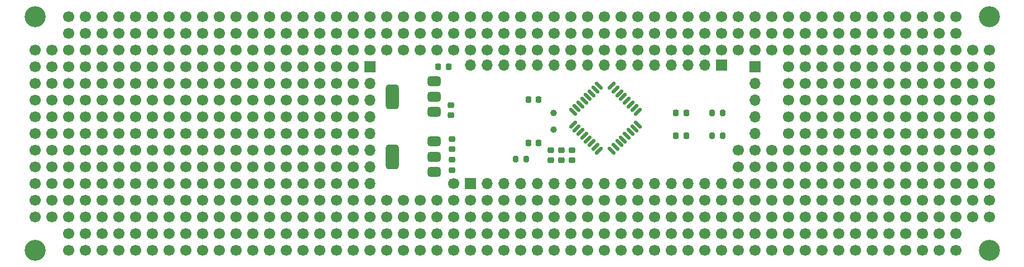
<source format=gbr>
%TF.GenerationSoftware,KiCad,Pcbnew,8.0.0-1.fc39*%
%TF.CreationDate,2024-05-13T23:19:07+02:00*%
%TF.ProjectId,mcu_dev,6d63755f-6465-4762-9e6b-696361645f70,rev?*%
%TF.SameCoordinates,Original*%
%TF.FileFunction,Soldermask,Top*%
%TF.FilePolarity,Negative*%
%FSLAX46Y46*%
G04 Gerber Fmt 4.6, Leading zero omitted, Abs format (unit mm)*
G04 Created by KiCad (PCBNEW 8.0.0-1.fc39) date 2024-05-13 23:19:07*
%MOMM*%
%LPD*%
G01*
G04 APERTURE LIST*
G04 Aperture macros list*
%AMRoundRect*
0 Rectangle with rounded corners*
0 $1 Rounding radius*
0 $2 $3 $4 $5 $6 $7 $8 $9 X,Y pos of 4 corners*
0 Add a 4 corners polygon primitive as box body*
4,1,4,$2,$3,$4,$5,$6,$7,$8,$9,$2,$3,0*
0 Add four circle primitives for the rounded corners*
1,1,$1+$1,$2,$3*
1,1,$1+$1,$4,$5*
1,1,$1+$1,$6,$7*
1,1,$1+$1,$8,$9*
0 Add four rect primitives between the rounded corners*
20,1,$1+$1,$2,$3,$4,$5,0*
20,1,$1+$1,$4,$5,$6,$7,0*
20,1,$1+$1,$6,$7,$8,$9,0*
20,1,$1+$1,$8,$9,$2,$3,0*%
G04 Aperture macros list end*
%ADD10C,1.700000*%
%ADD11C,3.200000*%
%ADD12R,1.700000X1.700000*%
%ADD13O,1.700000X1.700000*%
%ADD14RoundRect,0.225000X-0.250000X0.225000X-0.250000X-0.225000X0.250000X-0.225000X0.250000X0.225000X0*%
%ADD15RoundRect,0.200000X-0.200000X-0.275000X0.200000X-0.275000X0.200000X0.275000X-0.200000X0.275000X0*%
%ADD16RoundRect,0.125000X-0.353553X-0.530330X0.530330X0.353553X0.353553X0.530330X-0.530330X-0.353553X0*%
%ADD17RoundRect,0.125000X0.353553X-0.530330X0.530330X-0.353553X-0.353553X0.530330X-0.530330X0.353553X0*%
%ADD18RoundRect,0.225000X-0.225000X-0.250000X0.225000X-0.250000X0.225000X0.250000X-0.225000X0.250000X0*%
%ADD19RoundRect,0.375000X0.625000X0.375000X-0.625000X0.375000X-0.625000X-0.375000X0.625000X-0.375000X0*%
%ADD20RoundRect,0.500000X0.500000X1.400000X-0.500000X1.400000X-0.500000X-1.400000X0.500000X-1.400000X0*%
%ADD21RoundRect,0.218750X0.218750X0.256250X-0.218750X0.256250X-0.218750X-0.256250X0.218750X-0.256250X0*%
%ADD22C,1.000000*%
G04 APERTURE END LIST*
D10*
%TO.C,*%
X203200000Y-88900000D03*
%TD*%
%TO.C,*%
X198120000Y-88900000D03*
%TD*%
%TO.C,*%
X200660000Y-88900000D03*
%TD*%
%TO.C,*%
X142240000Y-88900000D03*
%TD*%
%TO.C,*%
X149860000Y-88900000D03*
%TD*%
%TO.C,*%
X139700000Y-88900000D03*
%TD*%
%TO.C,*%
X147320000Y-88900000D03*
%TD*%
%TO.C,*%
X154940000Y-88900000D03*
%TD*%
%TO.C,*%
X144780000Y-88900000D03*
%TD*%
%TO.C,*%
X152400000Y-88900000D03*
%TD*%
%TO.C,*%
X147320000Y-111760000D03*
%TD*%
%TO.C,*%
X144780000Y-111760000D03*
%TD*%
%TO.C,*%
X149860000Y-111760000D03*
%TD*%
%TO.C,*%
X142240000Y-111760000D03*
%TD*%
%TO.C,*%
X139700000Y-111760000D03*
%TD*%
%TO.C,*%
X154940000Y-109220000D03*
%TD*%
%TO.C,*%
X154940000Y-111760000D03*
%TD*%
%TO.C,*%
X152400000Y-111760000D03*
%TD*%
%TO.C,*%
X203200000Y-106680000D03*
%TD*%
%TO.C,*%
X198120000Y-106680000D03*
%TD*%
%TO.C,*%
X200660000Y-104140000D03*
%TD*%
%TO.C,*%
X198120000Y-104140000D03*
%TD*%
%TO.C,*%
X203200000Y-104140000D03*
%TD*%
%TO.C,*%
X200660000Y-106680000D03*
%TD*%
%TO.C,*%
X203200000Y-111760000D03*
%TD*%
%TO.C,*%
X198120000Y-111760000D03*
%TD*%
%TO.C,*%
X200660000Y-109220000D03*
%TD*%
%TO.C,*%
X198120000Y-109220000D03*
%TD*%
%TO.C,*%
X203200000Y-109220000D03*
%TD*%
%TO.C,*%
X200660000Y-111760000D03*
%TD*%
%TO.C,*%
X139700000Y-109220000D03*
%TD*%
%TO.C,*%
X139700000Y-96520000D03*
%TD*%
%TO.C,*%
X139700000Y-101600000D03*
%TD*%
%TO.C,*%
X139700000Y-93980000D03*
%TD*%
%TO.C,*%
X139700000Y-91440000D03*
%TD*%
%TO.C,*%
X139700000Y-99060000D03*
%TD*%
%TO.C,*%
X139700000Y-104140000D03*
%TD*%
%TO.C,*%
X139700000Y-106680000D03*
%TD*%
%TO.C,*%
X180340000Y-111760000D03*
%TD*%
%TO.C,*%
X170180000Y-111760000D03*
%TD*%
%TO.C,*%
X193040000Y-111760000D03*
%TD*%
%TO.C,*%
X185420000Y-111760000D03*
%TD*%
%TO.C,*%
X195580000Y-111760000D03*
%TD*%
%TO.C,*%
X177800000Y-111760000D03*
%TD*%
%TO.C,*%
X187960000Y-111760000D03*
%TD*%
%TO.C,*%
X157480000Y-111760000D03*
%TD*%
%TO.C,*%
X175260000Y-111760000D03*
%TD*%
%TO.C,*%
X172720000Y-111760000D03*
%TD*%
%TO.C,*%
X162560000Y-111760000D03*
%TD*%
%TO.C,*%
X165100000Y-111760000D03*
%TD*%
%TO.C,*%
X167640000Y-111760000D03*
%TD*%
%TO.C,*%
X160020000Y-111760000D03*
%TD*%
%TO.C,*%
X182880000Y-111760000D03*
%TD*%
%TO.C,*%
X190500000Y-111760000D03*
%TD*%
%TO.C,*%
X190500000Y-88900000D03*
%TD*%
%TO.C,*%
X162560000Y-88900000D03*
%TD*%
%TO.C,*%
X180340000Y-88900000D03*
%TD*%
%TO.C,*%
X167640000Y-88900000D03*
%TD*%
%TO.C,*%
X157480000Y-88900000D03*
%TD*%
%TO.C,*%
X172720000Y-88900000D03*
%TD*%
%TO.C,*%
X170180000Y-88900000D03*
%TD*%
%TO.C,*%
X185420000Y-88900000D03*
%TD*%
%TO.C,*%
X182880000Y-88900000D03*
%TD*%
%TO.C,*%
X195580000Y-88900000D03*
%TD*%
%TO.C,*%
X165100000Y-88900000D03*
%TD*%
%TO.C,*%
X175260000Y-88900000D03*
%TD*%
%TO.C,*%
X187960000Y-88900000D03*
%TD*%
%TO.C,*%
X177800000Y-88900000D03*
%TD*%
%TO.C,*%
X193040000Y-88900000D03*
%TD*%
%TO.C,*%
X160020000Y-88900000D03*
%TD*%
%TO.C,*%
X137160000Y-111760000D03*
%TD*%
%TO.C,*%
X137160000Y-93980000D03*
%TD*%
%TO.C,*%
X137160000Y-96520000D03*
%TD*%
%TO.C,*%
X137160000Y-91440000D03*
%TD*%
%TO.C,*%
X137160000Y-104140000D03*
%TD*%
%TO.C,*%
X137160000Y-101600000D03*
%TD*%
%TO.C,*%
X137160000Y-106680000D03*
%TD*%
%TO.C,*%
X137160000Y-109220000D03*
%TD*%
%TO.C,*%
X137160000Y-88900000D03*
%TD*%
%TO.C,*%
X137160000Y-99060000D03*
%TD*%
%TO.C,*%
X236220000Y-104140000D03*
%TD*%
%TO.C,*%
X236220000Y-88900000D03*
%TD*%
%TO.C,*%
X236220000Y-93980000D03*
%TD*%
%TO.C,*%
X236220000Y-96520000D03*
%TD*%
%TO.C,*%
X236220000Y-91440000D03*
%TD*%
%TO.C,*%
X236220000Y-111760000D03*
%TD*%
%TO.C,*%
X236220000Y-101600000D03*
%TD*%
%TO.C,*%
X236220000Y-106680000D03*
%TD*%
%TO.C,*%
X236220000Y-99060000D03*
%TD*%
%TO.C,*%
X236220000Y-109220000D03*
%TD*%
%TO.C,*%
X223520000Y-111760000D03*
%TD*%
%TO.C,*%
X220980000Y-106680000D03*
%TD*%
%TO.C,*%
X220980000Y-109220000D03*
%TD*%
%TO.C,*%
X228600000Y-109220000D03*
%TD*%
%TO.C,*%
X233680000Y-111760000D03*
%TD*%
%TO.C,*%
X213360000Y-109220000D03*
%TD*%
%TO.C,*%
X231140000Y-109220000D03*
%TD*%
%TO.C,*%
X213360000Y-88900000D03*
%TD*%
%TO.C,*%
X231140000Y-93980000D03*
%TD*%
%TO.C,*%
X213360000Y-93980000D03*
%TD*%
%TO.C,*%
X233680000Y-93980000D03*
%TD*%
%TO.C,*%
X220980000Y-99060000D03*
%TD*%
%TO.C,*%
X210820000Y-99060000D03*
%TD*%
%TO.C,*%
X220980000Y-101600000D03*
%TD*%
%TO.C,*%
X210820000Y-101600000D03*
%TD*%
%TO.C,*%
X226060000Y-91440000D03*
%TD*%
%TO.C,*%
X218440000Y-91440000D03*
%TD*%
%TO.C,*%
X208280000Y-91440000D03*
%TD*%
%TO.C,*%
X228600000Y-93980000D03*
%TD*%
%TO.C,*%
X233680000Y-96520000D03*
%TD*%
%TO.C,*%
X228600000Y-88900000D03*
%TD*%
%TO.C,*%
X231140000Y-88900000D03*
%TD*%
%TO.C,*%
X226060000Y-106680000D03*
%TD*%
%TO.C,*%
X218440000Y-106680000D03*
%TD*%
%TO.C,*%
X208280000Y-106680000D03*
%TD*%
%TO.C,*%
X205740000Y-106680000D03*
%TD*%
%TO.C,*%
X215900000Y-104140000D03*
%TD*%
%TO.C,*%
X215900000Y-106680000D03*
%TD*%
%TO.C,*%
X208280000Y-96520000D03*
%TD*%
%TO.C,*%
X205740000Y-96520000D03*
%TD*%
%TO.C,*%
X215900000Y-93980000D03*
%TD*%
%TO.C,*%
X215900000Y-96520000D03*
%TD*%
%TO.C,*%
X213360000Y-96520000D03*
%TD*%
%TO.C,*%
X231140000Y-96520000D03*
%TD*%
%TO.C,*%
X228600000Y-96520000D03*
%TD*%
%TO.C,*%
X226060000Y-93980000D03*
%TD*%
%TO.C,*%
X218440000Y-93980000D03*
%TD*%
%TO.C,*%
X213360000Y-106680000D03*
%TD*%
%TO.C,*%
X231140000Y-106680000D03*
%TD*%
%TO.C,*%
X228600000Y-106680000D03*
%TD*%
%TO.C,*%
X226060000Y-104140000D03*
%TD*%
%TO.C,*%
X218440000Y-104140000D03*
%TD*%
%TO.C,*%
X208280000Y-104140000D03*
%TD*%
%TO.C,*%
X233680000Y-91440000D03*
%TD*%
%TO.C,*%
X213360000Y-99060000D03*
%TD*%
%TO.C,*%
X220980000Y-111760000D03*
%TD*%
%TO.C,*%
X210820000Y-111760000D03*
%TD*%
%TO.C,*%
X205740000Y-91440000D03*
%TD*%
%TO.C,*%
X215900000Y-88900000D03*
%TD*%
%TO.C,*%
X215900000Y-91440000D03*
%TD*%
%TO.C,*%
X213360000Y-91440000D03*
%TD*%
%TO.C,*%
X231140000Y-91440000D03*
%TD*%
%TO.C,*%
X228600000Y-91440000D03*
%TD*%
%TO.C,*%
X226060000Y-88900000D03*
%TD*%
%TO.C,*%
X218440000Y-88900000D03*
%TD*%
%TO.C,*%
X210820000Y-96520000D03*
%TD*%
%TO.C,*%
X220980000Y-93980000D03*
%TD*%
%TO.C,*%
X210820000Y-93980000D03*
%TD*%
%TO.C,*%
X213360000Y-104140000D03*
%TD*%
%TO.C,*%
X220980000Y-104140000D03*
%TD*%
%TO.C,*%
X210820000Y-106680000D03*
%TD*%
%TO.C,*%
X208280000Y-93980000D03*
%TD*%
%TO.C,*%
X205740000Y-93980000D03*
%TD*%
%TO.C,*%
X223520000Y-93980000D03*
%TD*%
%TO.C,*%
X223520000Y-96520000D03*
%TD*%
%TO.C,*%
X220980000Y-96520000D03*
%TD*%
%TO.C,*%
X231140000Y-104140000D03*
%TD*%
%TO.C,*%
X233680000Y-104140000D03*
%TD*%
%TO.C,*%
X228600000Y-104140000D03*
%TD*%
%TO.C,*%
X210820000Y-104140000D03*
%TD*%
%TO.C,*%
X215900000Y-99060000D03*
%TD*%
%TO.C,*%
X215900000Y-101600000D03*
%TD*%
%TO.C,*%
X213360000Y-101600000D03*
%TD*%
%TO.C,*%
X231140000Y-101600000D03*
%TD*%
%TO.C,*%
X228600000Y-101600000D03*
%TD*%
%TO.C,*%
X226060000Y-99060000D03*
%TD*%
%TO.C,*%
X218440000Y-99060000D03*
%TD*%
%TO.C,*%
X208280000Y-99060000D03*
%TD*%
%TO.C,*%
X205740000Y-99060000D03*
%TD*%
%TO.C,*%
X223520000Y-99060000D03*
%TD*%
%TO.C,*%
X223520000Y-101600000D03*
%TD*%
%TO.C,*%
X218440000Y-109220000D03*
%TD*%
%TO.C,*%
X208280000Y-109220000D03*
%TD*%
%TO.C,*%
X205740000Y-104140000D03*
%TD*%
%TO.C,*%
X223520000Y-106680000D03*
%TD*%
%TO.C,*%
X233680000Y-101600000D03*
%TD*%
%TO.C,*%
X233680000Y-106680000D03*
%TD*%
%TO.C,*%
X226060000Y-96520000D03*
%TD*%
%TO.C,*%
X218440000Y-96520000D03*
%TD*%
%TO.C,*%
X223520000Y-104140000D03*
%TD*%
%TO.C,*%
X231140000Y-111760000D03*
%TD*%
%TO.C,*%
X228600000Y-111760000D03*
%TD*%
%TO.C,*%
X226060000Y-109220000D03*
%TD*%
%TO.C,*%
X205740000Y-109220000D03*
%TD*%
%TO.C,*%
X223520000Y-109220000D03*
%TD*%
%TO.C,*%
X226060000Y-111760000D03*
%TD*%
%TO.C,*%
X218440000Y-111760000D03*
%TD*%
%TO.C,*%
X208280000Y-111760000D03*
%TD*%
%TO.C,*%
X205740000Y-111760000D03*
%TD*%
%TO.C,*%
X215900000Y-109220000D03*
%TD*%
%TO.C,*%
X215900000Y-111760000D03*
%TD*%
%TO.C,*%
X213360000Y-111760000D03*
%TD*%
%TO.C,*%
X233680000Y-109220000D03*
%TD*%
%TO.C,*%
X210820000Y-109220000D03*
%TD*%
%TO.C,*%
X226060000Y-101600000D03*
%TD*%
%TO.C,*%
X218440000Y-101600000D03*
%TD*%
%TO.C,*%
X208280000Y-101600000D03*
%TD*%
%TO.C,*%
X205740000Y-101600000D03*
%TD*%
%TO.C,*%
X233680000Y-88900000D03*
%TD*%
%TO.C,*%
X233680000Y-99060000D03*
%TD*%
%TO.C,*%
X228600000Y-99060000D03*
%TD*%
%TO.C,*%
X231140000Y-99060000D03*
%TD*%
%TO.C,*%
X208280000Y-88900000D03*
%TD*%
%TO.C,*%
X205740000Y-88900000D03*
%TD*%
%TO.C,*%
X223520000Y-88900000D03*
%TD*%
%TO.C,*%
X223520000Y-91440000D03*
%TD*%
%TO.C,*%
X220980000Y-91440000D03*
%TD*%
%TO.C,*%
X210820000Y-91440000D03*
%TD*%
%TO.C,*%
X220980000Y-88900000D03*
%TD*%
%TO.C,*%
X210820000Y-88900000D03*
%TD*%
%TO.C,*%
X91440000Y-96520000D03*
%TD*%
%TO.C,*%
X91440000Y-101600000D03*
%TD*%
%TO.C,*%
X91440000Y-93980000D03*
%TD*%
%TO.C,*%
X93980000Y-106680000D03*
%TD*%
%TO.C,*%
X93980000Y-96520000D03*
%TD*%
%TO.C,*%
X91440000Y-91440000D03*
%TD*%
%TO.C,*%
X93980000Y-114300000D03*
%TD*%
%TO.C,*%
X93980000Y-91440000D03*
%TD*%
%TO.C,*%
X93980000Y-93980000D03*
%TD*%
%TO.C,*%
X91440000Y-104140000D03*
%TD*%
%TO.C,*%
X93980000Y-99060000D03*
%TD*%
%TO.C,*%
X93980000Y-109220000D03*
%TD*%
%TO.C,*%
X93980000Y-104140000D03*
%TD*%
%TO.C,*%
X91440000Y-106680000D03*
%TD*%
%TO.C,*%
X91440000Y-114300000D03*
%TD*%
%TO.C,*%
X93980000Y-111760000D03*
%TD*%
%TO.C,*%
X91440000Y-109220000D03*
%TD*%
%TO.C,*%
X91440000Y-111760000D03*
%TD*%
%TO.C,*%
X93980000Y-101600000D03*
%TD*%
%TO.C,*%
X91440000Y-88900000D03*
%TD*%
%TO.C,*%
X91440000Y-99060000D03*
%TD*%
%TO.C,*%
X93980000Y-88900000D03*
%TD*%
%TO.C,*%
X233680000Y-114300000D03*
%TD*%
%TO.C,*%
X226060000Y-114300000D03*
%TD*%
%TO.C,*%
X223520000Y-114300000D03*
%TD*%
%TO.C,*%
X231140000Y-114300000D03*
%TD*%
%TO.C,*%
X218440000Y-116840000D03*
%TD*%
%TO.C,*%
X220980000Y-114300000D03*
%TD*%
%TO.C,*%
X220980000Y-116840000D03*
%TD*%
%TO.C,*%
X228600000Y-116840000D03*
%TD*%
%TO.C,*%
X223520000Y-116840000D03*
%TD*%
%TO.C,*%
X218440000Y-114300000D03*
%TD*%
%TO.C,*%
X226060000Y-116840000D03*
%TD*%
%TO.C,*%
X236220000Y-114300000D03*
%TD*%
%TO.C,*%
X231140000Y-116840000D03*
%TD*%
%TO.C,*%
X228600000Y-114300000D03*
%TD*%
%TO.C,*%
X193040000Y-114300000D03*
%TD*%
%TO.C,*%
X185420000Y-114300000D03*
%TD*%
%TO.C,*%
X213360000Y-114300000D03*
%TD*%
%TO.C,*%
X182880000Y-114300000D03*
%TD*%
%TO.C,*%
X203200000Y-114300000D03*
%TD*%
%TO.C,*%
X190500000Y-114300000D03*
%TD*%
%TO.C,*%
X177800000Y-116840000D03*
%TD*%
%TO.C,*%
X213360000Y-116840000D03*
%TD*%
%TO.C,*%
X210820000Y-116840000D03*
%TD*%
%TO.C,*%
X205740000Y-114300000D03*
%TD*%
%TO.C,*%
X208280000Y-114300000D03*
%TD*%
%TO.C,*%
X200660000Y-114300000D03*
%TD*%
%TO.C,*%
X180340000Y-114300000D03*
%TD*%
%TO.C,*%
X180340000Y-116840000D03*
%TD*%
%TO.C,*%
X187960000Y-116840000D03*
%TD*%
%TO.C,*%
X198120000Y-114300000D03*
%TD*%
%TO.C,*%
X198120000Y-116840000D03*
%TD*%
%TO.C,*%
X195580000Y-116840000D03*
%TD*%
%TO.C,*%
X182880000Y-116840000D03*
%TD*%
%TO.C,*%
X177800000Y-114300000D03*
%TD*%
%TO.C,*%
X215900000Y-114300000D03*
%TD*%
%TO.C,*%
X185420000Y-116840000D03*
%TD*%
%TO.C,*%
X210820000Y-114300000D03*
%TD*%
%TO.C,*%
X195580000Y-114300000D03*
%TD*%
%TO.C,*%
X205740000Y-116840000D03*
%TD*%
%TO.C,*%
X208280000Y-116840000D03*
%TD*%
%TO.C,*%
X200660000Y-116840000D03*
%TD*%
%TO.C,*%
X190500000Y-116840000D03*
%TD*%
%TO.C,*%
X215900000Y-116840000D03*
%TD*%
%TO.C,*%
X203200000Y-116840000D03*
%TD*%
%TO.C,*%
X193040000Y-116840000D03*
%TD*%
%TO.C,*%
X187960000Y-114300000D03*
%TD*%
%TO.C,*%
X152400000Y-114300000D03*
%TD*%
%TO.C,*%
X144780000Y-114300000D03*
%TD*%
%TO.C,*%
X172720000Y-114300000D03*
%TD*%
%TO.C,*%
X142240000Y-114300000D03*
%TD*%
%TO.C,*%
X162560000Y-114300000D03*
%TD*%
%TO.C,*%
X149860000Y-114300000D03*
%TD*%
%TO.C,*%
X137160000Y-116840000D03*
%TD*%
%TO.C,*%
X172720000Y-116840000D03*
%TD*%
%TO.C,*%
X170180000Y-116840000D03*
%TD*%
%TO.C,*%
X165100000Y-114300000D03*
%TD*%
%TO.C,*%
X167640000Y-114300000D03*
%TD*%
%TO.C,*%
X160020000Y-114300000D03*
%TD*%
%TO.C,*%
X139700000Y-114300000D03*
%TD*%
%TO.C,*%
X139700000Y-116840000D03*
%TD*%
%TO.C,*%
X147320000Y-116840000D03*
%TD*%
%TO.C,*%
X157480000Y-114300000D03*
%TD*%
%TO.C,*%
X157480000Y-116840000D03*
%TD*%
%TO.C,*%
X154940000Y-116840000D03*
%TD*%
%TO.C,*%
X142240000Y-116840000D03*
%TD*%
%TO.C,*%
X137160000Y-114300000D03*
%TD*%
%TO.C,*%
X175260000Y-114300000D03*
%TD*%
%TO.C,*%
X144780000Y-116840000D03*
%TD*%
%TO.C,*%
X170180000Y-114300000D03*
%TD*%
%TO.C,*%
X154940000Y-114300000D03*
%TD*%
%TO.C,*%
X165100000Y-116840000D03*
%TD*%
%TO.C,*%
X167640000Y-116840000D03*
%TD*%
%TO.C,*%
X160020000Y-116840000D03*
%TD*%
%TO.C,*%
X149860000Y-116840000D03*
%TD*%
%TO.C,*%
X175260000Y-116840000D03*
%TD*%
%TO.C,*%
X162560000Y-116840000D03*
%TD*%
%TO.C,*%
X152400000Y-116840000D03*
%TD*%
%TO.C,*%
X147320000Y-114300000D03*
%TD*%
%TO.C,*%
X231140000Y-119380000D03*
%TD*%
%TO.C,*%
X208280000Y-119380000D03*
%TD*%
%TO.C,*%
X137160000Y-119380000D03*
%TD*%
%TO.C,*%
X116840000Y-119380000D03*
%TD*%
%TO.C,*%
X154940000Y-119380000D03*
%TD*%
%TO.C,*%
X210820000Y-119380000D03*
%TD*%
%TO.C,*%
X220980000Y-119380000D03*
%TD*%
%TO.C,*%
X144780000Y-119380000D03*
%TD*%
%TO.C,*%
X170180000Y-119380000D03*
%TD*%
%TO.C,*%
X185420000Y-119380000D03*
%TD*%
%TO.C,*%
X182880000Y-119380000D03*
%TD*%
%TO.C,*%
X195580000Y-119380000D03*
%TD*%
%TO.C,*%
X223520000Y-119380000D03*
%TD*%
%TO.C,*%
X127000000Y-119380000D03*
%TD*%
%TO.C,*%
X119380000Y-119380000D03*
%TD*%
%TO.C,*%
X190500000Y-119380000D03*
%TD*%
%TO.C,*%
X109220000Y-119380000D03*
%TD*%
%TO.C,*%
X99060000Y-119380000D03*
%TD*%
%TO.C,*%
X106680000Y-119380000D03*
%TD*%
%TO.C,*%
X205740000Y-119380000D03*
%TD*%
%TO.C,*%
X203200000Y-119380000D03*
%TD*%
%TO.C,*%
X124460000Y-119380000D03*
%TD*%
%TO.C,*%
X198120000Y-119380000D03*
%TD*%
%TO.C,*%
X121920000Y-119380000D03*
%TD*%
%TO.C,*%
X165100000Y-119380000D03*
%TD*%
%TO.C,*%
X111760000Y-119380000D03*
%TD*%
%TO.C,*%
X175260000Y-119380000D03*
%TD*%
%TO.C,*%
X215900000Y-119380000D03*
%TD*%
%TO.C,*%
X187960000Y-119380000D03*
%TD*%
%TO.C,*%
X104140000Y-119380000D03*
%TD*%
%TO.C,*%
X213360000Y-119380000D03*
%TD*%
%TO.C,*%
X96520000Y-119380000D03*
%TD*%
%TO.C,*%
X226060000Y-119380000D03*
%TD*%
%TO.C,*%
X177800000Y-119380000D03*
%TD*%
%TO.C,*%
X134620000Y-119380000D03*
%TD*%
%TO.C,*%
X152400000Y-119380000D03*
%TD*%
%TO.C,*%
X167640000Y-119380000D03*
%TD*%
%TO.C,*%
X147320000Y-119380000D03*
%TD*%
%TO.C,*%
X157480000Y-119380000D03*
%TD*%
%TO.C,*%
X172720000Y-119380000D03*
%TD*%
%TO.C,*%
X101600000Y-119380000D03*
%TD*%
%TO.C,*%
X142240000Y-119380000D03*
%TD*%
%TO.C,*%
X132080000Y-119380000D03*
%TD*%
%TO.C,*%
X149860000Y-119380000D03*
%TD*%
%TO.C,*%
X180340000Y-119380000D03*
%TD*%
%TO.C,*%
X129540000Y-119380000D03*
%TD*%
%TO.C,*%
X139700000Y-119380000D03*
%TD*%
%TO.C,*%
X228600000Y-119380000D03*
%TD*%
%TO.C,*%
X162560000Y-119380000D03*
%TD*%
%TO.C,*%
X200660000Y-119380000D03*
%TD*%
%TO.C,*%
X114300000Y-119380000D03*
%TD*%
%TO.C,*%
X160020000Y-119380000D03*
%TD*%
%TO.C,*%
X193040000Y-119380000D03*
%TD*%
%TO.C,*%
X218440000Y-119380000D03*
%TD*%
%TO.C,*%
X127000000Y-116840000D03*
%TD*%
%TO.C,*%
X119380000Y-116840000D03*
%TD*%
%TO.C,*%
X109220000Y-116840000D03*
%TD*%
%TO.C,*%
X99060000Y-116840000D03*
%TD*%
%TO.C,*%
X106680000Y-116840000D03*
%TD*%
%TO.C,*%
X116840000Y-114300000D03*
%TD*%
%TO.C,*%
X116840000Y-116840000D03*
%TD*%
%TO.C,*%
X114300000Y-116840000D03*
%TD*%
%TO.C,*%
X101600000Y-116840000D03*
%TD*%
%TO.C,*%
X132080000Y-116840000D03*
%TD*%
%TO.C,*%
X129540000Y-116840000D03*
%TD*%
%TO.C,*%
X127000000Y-114300000D03*
%TD*%
%TO.C,*%
X119380000Y-114300000D03*
%TD*%
%TO.C,*%
X109220000Y-114300000D03*
%TD*%
%TO.C,*%
X99060000Y-114300000D03*
%TD*%
%TO.C,*%
X106680000Y-114300000D03*
%TD*%
%TO.C,*%
X124460000Y-114300000D03*
%TD*%
%TO.C,*%
X124460000Y-116840000D03*
%TD*%
%TO.C,*%
X121920000Y-116840000D03*
%TD*%
%TO.C,*%
X111760000Y-116840000D03*
%TD*%
%TO.C,*%
X121920000Y-114300000D03*
%TD*%
%TO.C,*%
X111760000Y-114300000D03*
%TD*%
%TO.C,*%
X104140000Y-116840000D03*
%TD*%
%TO.C,*%
X96520000Y-116840000D03*
%TD*%
%TO.C,*%
X134620000Y-116840000D03*
%TD*%
%TO.C,*%
X104140000Y-114300000D03*
%TD*%
%TO.C,*%
X96520000Y-114300000D03*
%TD*%
%TO.C,*%
X134620000Y-114300000D03*
%TD*%
%TO.C,*%
X101600000Y-114300000D03*
%TD*%
%TO.C,*%
X132080000Y-114300000D03*
%TD*%
%TO.C,*%
X129540000Y-114300000D03*
%TD*%
%TO.C,*%
X114300000Y-114300000D03*
%TD*%
%TO.C,*%
X127000000Y-111760000D03*
%TD*%
%TO.C,*%
X119380000Y-111760000D03*
%TD*%
%TO.C,*%
X109220000Y-111760000D03*
%TD*%
%TO.C,*%
X99060000Y-111760000D03*
%TD*%
%TO.C,*%
X106680000Y-111760000D03*
%TD*%
%TO.C,*%
X116840000Y-109220000D03*
%TD*%
%TO.C,*%
X116840000Y-111760000D03*
%TD*%
%TO.C,*%
X114300000Y-111760000D03*
%TD*%
%TO.C,*%
X101600000Y-111760000D03*
%TD*%
%TO.C,*%
X132080000Y-111760000D03*
%TD*%
%TO.C,*%
X129540000Y-111760000D03*
%TD*%
%TO.C,*%
X127000000Y-109220000D03*
%TD*%
%TO.C,*%
X119380000Y-109220000D03*
%TD*%
%TO.C,*%
X109220000Y-109220000D03*
%TD*%
%TO.C,*%
X99060000Y-109220000D03*
%TD*%
%TO.C,*%
X106680000Y-109220000D03*
%TD*%
%TO.C,*%
X124460000Y-109220000D03*
%TD*%
%TO.C,*%
X124460000Y-111760000D03*
%TD*%
%TO.C,*%
X121920000Y-111760000D03*
%TD*%
%TO.C,*%
X111760000Y-111760000D03*
%TD*%
%TO.C,*%
X121920000Y-109220000D03*
%TD*%
%TO.C,*%
X111760000Y-109220000D03*
%TD*%
%TO.C,*%
X104140000Y-111760000D03*
%TD*%
%TO.C,*%
X96520000Y-111760000D03*
%TD*%
%TO.C,*%
X134620000Y-111760000D03*
%TD*%
%TO.C,*%
X104140000Y-109220000D03*
%TD*%
%TO.C,*%
X96520000Y-109220000D03*
%TD*%
%TO.C,*%
X134620000Y-109220000D03*
%TD*%
%TO.C,*%
X101600000Y-109220000D03*
%TD*%
%TO.C,*%
X132080000Y-109220000D03*
%TD*%
%TO.C,*%
X129540000Y-109220000D03*
%TD*%
%TO.C,*%
X114300000Y-109220000D03*
%TD*%
%TO.C,*%
X127000000Y-106680000D03*
%TD*%
%TO.C,*%
X119380000Y-106680000D03*
%TD*%
%TO.C,*%
X109220000Y-106680000D03*
%TD*%
%TO.C,*%
X99060000Y-106680000D03*
%TD*%
%TO.C,*%
X106680000Y-106680000D03*
%TD*%
%TO.C,*%
X116840000Y-104140000D03*
%TD*%
%TO.C,*%
X116840000Y-106680000D03*
%TD*%
%TO.C,*%
X114300000Y-106680000D03*
%TD*%
%TO.C,*%
X101600000Y-106680000D03*
%TD*%
%TO.C,*%
X132080000Y-106680000D03*
%TD*%
%TO.C,*%
X129540000Y-106680000D03*
%TD*%
%TO.C,*%
X127000000Y-104140000D03*
%TD*%
%TO.C,*%
X119380000Y-104140000D03*
%TD*%
%TO.C,*%
X109220000Y-104140000D03*
%TD*%
%TO.C,*%
X99060000Y-104140000D03*
%TD*%
%TO.C,*%
X106680000Y-104140000D03*
%TD*%
%TO.C,*%
X124460000Y-104140000D03*
%TD*%
%TO.C,*%
X124460000Y-106680000D03*
%TD*%
%TO.C,*%
X121920000Y-106680000D03*
%TD*%
%TO.C,*%
X111760000Y-106680000D03*
%TD*%
%TO.C,*%
X121920000Y-104140000D03*
%TD*%
%TO.C,*%
X111760000Y-104140000D03*
%TD*%
%TO.C,*%
X104140000Y-106680000D03*
%TD*%
%TO.C,*%
X96520000Y-106680000D03*
%TD*%
%TO.C,*%
X134620000Y-106680000D03*
%TD*%
%TO.C,*%
X104140000Y-104140000D03*
%TD*%
%TO.C,*%
X96520000Y-104140000D03*
%TD*%
%TO.C,*%
X134620000Y-104140000D03*
%TD*%
%TO.C,*%
X101600000Y-104140000D03*
%TD*%
%TO.C,*%
X132080000Y-104140000D03*
%TD*%
%TO.C,*%
X129540000Y-104140000D03*
%TD*%
%TO.C,*%
X114300000Y-104140000D03*
%TD*%
%TO.C,*%
X127000000Y-101600000D03*
%TD*%
%TO.C,*%
X119380000Y-101600000D03*
%TD*%
%TO.C,*%
X109220000Y-101600000D03*
%TD*%
%TO.C,*%
X99060000Y-101600000D03*
%TD*%
%TO.C,*%
X106680000Y-101600000D03*
%TD*%
%TO.C,*%
X116840000Y-99060000D03*
%TD*%
%TO.C,*%
X116840000Y-101600000D03*
%TD*%
%TO.C,*%
X114300000Y-101600000D03*
%TD*%
%TO.C,*%
X101600000Y-101600000D03*
%TD*%
%TO.C,*%
X132080000Y-101600000D03*
%TD*%
%TO.C,*%
X129540000Y-101600000D03*
%TD*%
%TO.C,*%
X127000000Y-99060000D03*
%TD*%
%TO.C,*%
X119380000Y-99060000D03*
%TD*%
%TO.C,*%
X109220000Y-99060000D03*
%TD*%
%TO.C,*%
X99060000Y-99060000D03*
%TD*%
%TO.C,*%
X106680000Y-99060000D03*
%TD*%
%TO.C,*%
X124460000Y-99060000D03*
%TD*%
%TO.C,*%
X124460000Y-101600000D03*
%TD*%
%TO.C,*%
X121920000Y-101600000D03*
%TD*%
%TO.C,*%
X111760000Y-101600000D03*
%TD*%
%TO.C,*%
X121920000Y-99060000D03*
%TD*%
%TO.C,*%
X111760000Y-99060000D03*
%TD*%
%TO.C,*%
X104140000Y-101600000D03*
%TD*%
%TO.C,*%
X96520000Y-101600000D03*
%TD*%
%TO.C,*%
X134620000Y-101600000D03*
%TD*%
%TO.C,*%
X104140000Y-99060000D03*
%TD*%
%TO.C,*%
X96520000Y-99060000D03*
%TD*%
%TO.C,*%
X134620000Y-99060000D03*
%TD*%
%TO.C,*%
X101600000Y-99060000D03*
%TD*%
%TO.C,*%
X132080000Y-99060000D03*
%TD*%
%TO.C,*%
X129540000Y-99060000D03*
%TD*%
%TO.C,*%
X114300000Y-99060000D03*
%TD*%
%TO.C,*%
X127000000Y-96520000D03*
%TD*%
%TO.C,*%
X119380000Y-96520000D03*
%TD*%
%TO.C,*%
X109220000Y-96520000D03*
%TD*%
%TO.C,*%
X99060000Y-96520000D03*
%TD*%
%TO.C,*%
X106680000Y-96520000D03*
%TD*%
%TO.C,*%
X116840000Y-93980000D03*
%TD*%
%TO.C,*%
X116840000Y-96520000D03*
%TD*%
%TO.C,*%
X114300000Y-96520000D03*
%TD*%
%TO.C,*%
X101600000Y-96520000D03*
%TD*%
%TO.C,*%
X132080000Y-96520000D03*
%TD*%
%TO.C,*%
X129540000Y-96520000D03*
%TD*%
%TO.C,*%
X127000000Y-93980000D03*
%TD*%
%TO.C,*%
X119380000Y-93980000D03*
%TD*%
%TO.C,*%
X109220000Y-93980000D03*
%TD*%
%TO.C,*%
X99060000Y-93980000D03*
%TD*%
%TO.C,*%
X106680000Y-93980000D03*
%TD*%
%TO.C,*%
X124460000Y-93980000D03*
%TD*%
%TO.C,*%
X124460000Y-96520000D03*
%TD*%
%TO.C,*%
X121920000Y-96520000D03*
%TD*%
%TO.C,*%
X111760000Y-96520000D03*
%TD*%
%TO.C,*%
X121920000Y-93980000D03*
%TD*%
%TO.C,*%
X111760000Y-93980000D03*
%TD*%
%TO.C,*%
X104140000Y-96520000D03*
%TD*%
%TO.C,*%
X96520000Y-96520000D03*
%TD*%
%TO.C,*%
X134620000Y-96520000D03*
%TD*%
%TO.C,*%
X104140000Y-93980000D03*
%TD*%
%TO.C,*%
X96520000Y-93980000D03*
%TD*%
%TO.C,*%
X134620000Y-93980000D03*
%TD*%
%TO.C,*%
X101600000Y-93980000D03*
%TD*%
%TO.C,*%
X132080000Y-93980000D03*
%TD*%
%TO.C,*%
X129540000Y-93980000D03*
%TD*%
%TO.C,*%
X114300000Y-93980000D03*
%TD*%
%TO.C,*%
X127000000Y-91440000D03*
%TD*%
%TO.C,*%
X119380000Y-91440000D03*
%TD*%
%TO.C,*%
X109220000Y-91440000D03*
%TD*%
%TO.C,*%
X99060000Y-91440000D03*
%TD*%
%TO.C,*%
X106680000Y-91440000D03*
%TD*%
%TO.C,*%
X116840000Y-88900000D03*
%TD*%
%TO.C,*%
X116840000Y-91440000D03*
%TD*%
%TO.C,*%
X114300000Y-91440000D03*
%TD*%
%TO.C,*%
X101600000Y-91440000D03*
%TD*%
%TO.C,*%
X132080000Y-91440000D03*
%TD*%
%TO.C,*%
X129540000Y-91440000D03*
%TD*%
%TO.C,*%
X127000000Y-88900000D03*
%TD*%
%TO.C,*%
X119380000Y-88900000D03*
%TD*%
%TO.C,*%
X109220000Y-88900000D03*
%TD*%
%TO.C,*%
X99060000Y-88900000D03*
%TD*%
%TO.C,*%
X106680000Y-88900000D03*
%TD*%
%TO.C,*%
X124460000Y-88900000D03*
%TD*%
%TO.C,*%
X124460000Y-91440000D03*
%TD*%
%TO.C,*%
X121920000Y-91440000D03*
%TD*%
%TO.C,*%
X111760000Y-91440000D03*
%TD*%
%TO.C,*%
X121920000Y-88900000D03*
%TD*%
%TO.C,*%
X111760000Y-88900000D03*
%TD*%
%TO.C,*%
X104140000Y-91440000D03*
%TD*%
%TO.C,*%
X96520000Y-91440000D03*
%TD*%
%TO.C,*%
X134620000Y-91440000D03*
%TD*%
%TO.C,*%
X104140000Y-88900000D03*
%TD*%
%TO.C,*%
X96520000Y-88900000D03*
%TD*%
%TO.C,*%
X134620000Y-88900000D03*
%TD*%
%TO.C,*%
X101600000Y-88900000D03*
%TD*%
%TO.C,*%
X132080000Y-88900000D03*
%TD*%
%TO.C,*%
X129540000Y-88900000D03*
%TD*%
%TO.C,*%
X114300000Y-88900000D03*
%TD*%
%TO.C,*%
X231140000Y-86360000D03*
%TD*%
%TO.C,*%
X208280000Y-86360000D03*
%TD*%
%TO.C,*%
X137160000Y-86360000D03*
%TD*%
%TO.C,*%
X116840000Y-86360000D03*
%TD*%
%TO.C,*%
X154940000Y-86360000D03*
%TD*%
%TO.C,*%
X210820000Y-86360000D03*
%TD*%
%TO.C,*%
X220980000Y-86360000D03*
%TD*%
%TO.C,*%
X144780000Y-86360000D03*
%TD*%
%TO.C,*%
X170180000Y-86360000D03*
%TD*%
%TO.C,*%
X185420000Y-86360000D03*
%TD*%
%TO.C,*%
X182880000Y-86360000D03*
%TD*%
%TO.C,*%
X195580000Y-86360000D03*
%TD*%
%TO.C,*%
X223520000Y-86360000D03*
%TD*%
%TO.C,*%
X127000000Y-86360000D03*
%TD*%
%TO.C,*%
X119380000Y-86360000D03*
%TD*%
%TO.C,*%
X190500000Y-86360000D03*
%TD*%
%TO.C,*%
X109220000Y-86360000D03*
%TD*%
%TO.C,*%
X99060000Y-86360000D03*
%TD*%
%TO.C,*%
X106680000Y-86360000D03*
%TD*%
%TO.C,*%
X205740000Y-86360000D03*
%TD*%
%TO.C,*%
X203200000Y-86360000D03*
%TD*%
%TO.C,*%
X124460000Y-86360000D03*
%TD*%
%TO.C,*%
X198120000Y-86360000D03*
%TD*%
%TO.C,*%
X121920000Y-86360000D03*
%TD*%
%TO.C,*%
X165100000Y-86360000D03*
%TD*%
%TO.C,*%
X111760000Y-86360000D03*
%TD*%
%TO.C,*%
X175260000Y-86360000D03*
%TD*%
%TO.C,*%
X215900000Y-86360000D03*
%TD*%
%TO.C,*%
X187960000Y-86360000D03*
%TD*%
%TO.C,*%
X104140000Y-86360000D03*
%TD*%
%TO.C,*%
X213360000Y-86360000D03*
%TD*%
%TO.C,*%
X96520000Y-86360000D03*
%TD*%
%TO.C,*%
X226060000Y-86360000D03*
%TD*%
%TO.C,*%
X177800000Y-86360000D03*
%TD*%
%TO.C,*%
X134620000Y-86360000D03*
%TD*%
%TO.C,*%
X152400000Y-86360000D03*
%TD*%
%TO.C,*%
X167640000Y-86360000D03*
%TD*%
%TO.C,*%
X147320000Y-86360000D03*
%TD*%
%TO.C,*%
X157480000Y-86360000D03*
%TD*%
%TO.C,*%
X172720000Y-86360000D03*
%TD*%
%TO.C,*%
X101600000Y-86360000D03*
%TD*%
%TO.C,*%
X142240000Y-86360000D03*
%TD*%
%TO.C,*%
X132080000Y-86360000D03*
%TD*%
%TO.C,*%
X149860000Y-86360000D03*
%TD*%
%TO.C,*%
X180340000Y-86360000D03*
%TD*%
%TO.C,*%
X129540000Y-86360000D03*
%TD*%
%TO.C,*%
X139700000Y-86360000D03*
%TD*%
%TO.C,*%
X228600000Y-86360000D03*
%TD*%
%TO.C,*%
X162560000Y-86360000D03*
%TD*%
%TO.C,*%
X200660000Y-86360000D03*
%TD*%
%TO.C,*%
X114300000Y-86360000D03*
%TD*%
%TO.C,*%
X160020000Y-86360000D03*
%TD*%
%TO.C,*%
X193040000Y-86360000D03*
%TD*%
%TO.C,*%
X218440000Y-86360000D03*
%TD*%
%TO.C,*%
X228600000Y-83820000D03*
%TD*%
%TO.C,*%
X231140000Y-83820000D03*
%TD*%
%TO.C,*%
X220980000Y-83820000D03*
%TD*%
%TO.C,*%
X223520000Y-83820000D03*
%TD*%
%TO.C,*%
X218440000Y-83820000D03*
%TD*%
%TO.C,*%
X226060000Y-83820000D03*
%TD*%
%TO.C,*%
X101600000Y-83820000D03*
%TD*%
%TO.C,*%
X142240000Y-83820000D03*
%TD*%
%TO.C,*%
X132080000Y-83820000D03*
%TD*%
%TO.C,*%
X129540000Y-83820000D03*
%TD*%
%TO.C,*%
X139700000Y-83820000D03*
%TD*%
%TO.C,*%
X99060000Y-83820000D03*
%TD*%
%TO.C,*%
X106680000Y-83820000D03*
%TD*%
%TO.C,*%
X205740000Y-83820000D03*
%TD*%
%TO.C,*%
X154940000Y-83820000D03*
%TD*%
%TO.C,*%
X210820000Y-83820000D03*
%TD*%
%TO.C,*%
X208280000Y-83820000D03*
%TD*%
%TO.C,*%
X137160000Y-83820000D03*
%TD*%
%TO.C,*%
X116840000Y-83820000D03*
%TD*%
%TO.C,*%
X127000000Y-83820000D03*
%TD*%
%TO.C,*%
X119380000Y-83820000D03*
%TD*%
%TO.C,*%
X170180000Y-83820000D03*
%TD*%
%TO.C,*%
X185420000Y-83820000D03*
%TD*%
%TO.C,*%
X198120000Y-83820000D03*
%TD*%
%TO.C,*%
X121920000Y-83820000D03*
%TD*%
%TO.C,*%
X165100000Y-83820000D03*
%TD*%
%TO.C,*%
X162560000Y-83820000D03*
%TD*%
%TO.C,*%
X200660000Y-83820000D03*
%TD*%
%TO.C,*%
X149860000Y-83820000D03*
%TD*%
%TO.C,*%
X180340000Y-83820000D03*
%TD*%
%TO.C,*%
X152400000Y-83820000D03*
%TD*%
%TO.C,*%
X167640000Y-83820000D03*
%TD*%
%TO.C,*%
X213360000Y-83820000D03*
%TD*%
%TO.C,*%
X96520000Y-83820000D03*
%TD*%
%TO.C,*%
X160020000Y-83820000D03*
%TD*%
%TO.C,*%
X193040000Y-83820000D03*
%TD*%
%TO.C,*%
X147320000Y-83820000D03*
%TD*%
%TO.C,*%
X157480000Y-83820000D03*
%TD*%
%TO.C,*%
X175260000Y-83820000D03*
%TD*%
%TO.C,*%
X215900000Y-83820000D03*
%TD*%
%TO.C,*%
X187960000Y-83820000D03*
%TD*%
%TO.C,*%
X104140000Y-83820000D03*
%TD*%
%TO.C,*%
X203200000Y-83820000D03*
%TD*%
%TO.C,*%
X190500000Y-83820000D03*
%TD*%
%TO.C,*%
X109220000Y-83820000D03*
%TD*%
%TO.C,*%
X182880000Y-83820000D03*
%TD*%
%TO.C,*%
X195580000Y-83820000D03*
%TD*%
%TO.C,*%
X172720000Y-83820000D03*
%TD*%
%TO.C,*%
X177800000Y-83820000D03*
%TD*%
%TO.C,*%
X134620000Y-83820000D03*
%TD*%
%TO.C,*%
X111760000Y-83820000D03*
%TD*%
%TO.C,*%
X114300000Y-83820000D03*
%TD*%
%TO.C,*%
X144780000Y-83820000D03*
%TD*%
%TO.C,*%
X124460000Y-83820000D03*
%TD*%
D11*
%TO.C,H4*%
X236220000Y-119380000D03*
%TD*%
%TO.C,H3*%
X236220000Y-83820000D03*
%TD*%
%TO.C,H2*%
X91440000Y-119380000D03*
%TD*%
%TO.C,H1*%
X91440000Y-83820000D03*
%TD*%
D12*
%TO.C,J4*%
X142240000Y-91440000D03*
D13*
X142240000Y-93980000D03*
X142240000Y-96520000D03*
X142240000Y-99060000D03*
X142240000Y-101600000D03*
X142240000Y-104140000D03*
X142240000Y-106680000D03*
X142240000Y-109220000D03*
%TD*%
D14*
%TO.C,C1*%
X172900000Y-104140000D03*
X172900000Y-105690000D03*
%TD*%
D15*
%TO.C,R3*%
X194175000Y-102000000D03*
X195825000Y-102000000D03*
%TD*%
D14*
%TO.C,C5*%
X154534000Y-97282000D03*
X154534000Y-98832000D03*
%TD*%
D12*
%TO.C,J1*%
X200660000Y-91440000D03*
D13*
X200660000Y-93980000D03*
X200660000Y-96520000D03*
X200660000Y-99060000D03*
X200660000Y-101600000D03*
%TD*%
D14*
%TO.C,C6*%
X154699000Y-102476000D03*
X154699000Y-104026000D03*
%TD*%
D16*
%TO.C,U1*%
X173067930Y-100272272D03*
X173633616Y-100837957D03*
X174199301Y-101403643D03*
X174764986Y-101969328D03*
X175330672Y-102535014D03*
X175896357Y-103100699D03*
X176462043Y-103666384D03*
X177027728Y-104232070D03*
D17*
X178972272Y-104232070D03*
X179537957Y-103666384D03*
X180103643Y-103100699D03*
X180669328Y-102535014D03*
X181235014Y-101969328D03*
X181800699Y-101403643D03*
X182366384Y-100837957D03*
X182932070Y-100272272D03*
D16*
X182932070Y-98327728D03*
X182366384Y-97762043D03*
X181800699Y-97196357D03*
X181235014Y-96630672D03*
X180669328Y-96064986D03*
X180103643Y-95499301D03*
X179537957Y-94933616D03*
X178972272Y-94367930D03*
D17*
X177027728Y-94367930D03*
X176462043Y-94933616D03*
X175896357Y-95499301D03*
X175330672Y-96064986D03*
X174764986Y-96630672D03*
X174199301Y-97196357D03*
X173633616Y-97762043D03*
X173067930Y-98327728D03*
%TD*%
D18*
%TO.C,C4*%
X152641000Y-91440000D03*
X154191000Y-91440000D03*
%TD*%
%TO.C,C9*%
X166325000Y-96500000D03*
X167875000Y-96500000D03*
%TD*%
D15*
%TO.C,R1*%
X164350000Y-105500000D03*
X166000000Y-105500000D03*
%TD*%
D14*
%TO.C,C3*%
X169700000Y-104140000D03*
X169700000Y-105690000D03*
%TD*%
D18*
%TO.C,C8*%
X166325000Y-103100000D03*
X167875000Y-103100000D03*
%TD*%
D19*
%TO.C,U3*%
X151994000Y-107456000D03*
X151994000Y-105156000D03*
D20*
X145694000Y-105156000D03*
D19*
X151994000Y-102856000D03*
%TD*%
D14*
%TO.C,C2*%
X171300000Y-104140000D03*
X171300000Y-105690000D03*
%TD*%
D12*
%TO.C,J2*%
X157480000Y-109220000D03*
D13*
X160020000Y-109220000D03*
X162560000Y-109220000D03*
X165100000Y-109220000D03*
X167640000Y-109220000D03*
X170180000Y-109220000D03*
X172720000Y-109220000D03*
X175260000Y-109220000D03*
X177800000Y-109220000D03*
X180340000Y-109220000D03*
X182880000Y-109220000D03*
X185420000Y-109220000D03*
X187960000Y-109220000D03*
X190500000Y-109220000D03*
X193040000Y-109220000D03*
X195580000Y-109220000D03*
%TD*%
D14*
%TO.C,C7*%
X154686000Y-105651000D03*
X154686000Y-107201000D03*
%TD*%
D19*
%TO.C,U2*%
X151994000Y-98312000D03*
X151994000Y-96012000D03*
D20*
X145694000Y-96012000D03*
D19*
X151994000Y-93712000D03*
%TD*%
D15*
%TO.C,R2*%
X194175000Y-98500000D03*
X195825000Y-98500000D03*
%TD*%
D12*
%TO.C,J3*%
X195580000Y-91255000D03*
D13*
X193040000Y-91255000D03*
X190500000Y-91255000D03*
X187960000Y-91255000D03*
X185420000Y-91255000D03*
X182880000Y-91255000D03*
X180340000Y-91255000D03*
X177800000Y-91255000D03*
X175260000Y-91255000D03*
X172720000Y-91255000D03*
X170180000Y-91255000D03*
X167640000Y-91255000D03*
X165100000Y-91255000D03*
X162560000Y-91255000D03*
X160020000Y-91255000D03*
X157480000Y-91255000D03*
%TD*%
D21*
%TO.C,D1*%
X190287500Y-98500000D03*
X188712500Y-98500000D03*
%TD*%
%TO.C,D2*%
X190247500Y-102000000D03*
X188672500Y-102000000D03*
%TD*%
D22*
%TO.C,Y1*%
X170150000Y-98500000D03*
X170150000Y-101040000D03*
%TD*%
M02*

</source>
